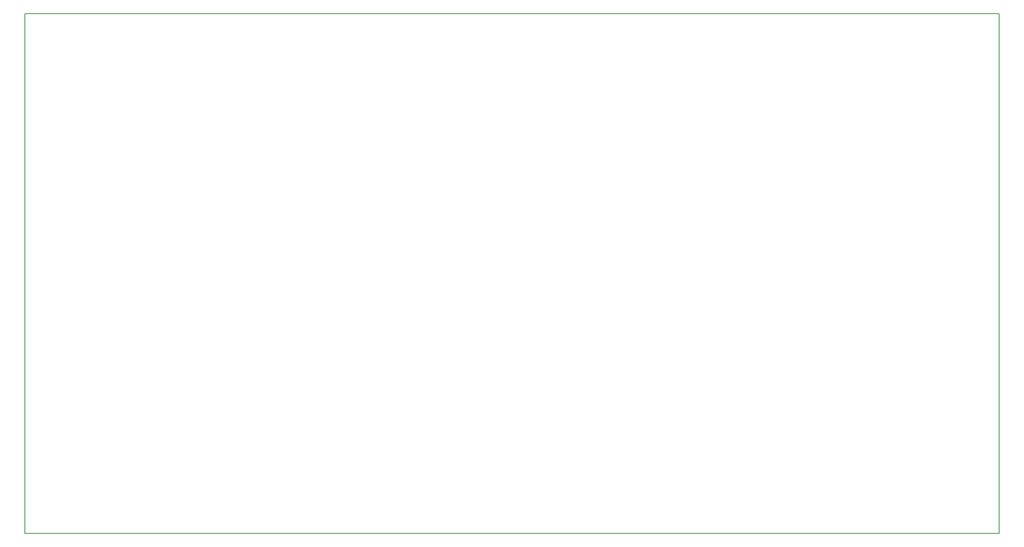
<source format=gbr>
%TF.GenerationSoftware,KiCad,Pcbnew,(5.1.6)-1*%
%TF.CreationDate,2020-11-12T09:17:09+01:00*%
%TF.ProjectId,carteAdaptatrice,63617274-6541-4646-9170-746174726963,rev?*%
%TF.SameCoordinates,Original*%
%TF.FileFunction,Profile,NP*%
%FSLAX46Y46*%
G04 Gerber Fmt 4.6, Leading zero omitted, Abs format (unit mm)*
G04 Created by KiCad (PCBNEW (5.1.6)-1) date 2020-11-12 09:17:09*
%MOMM*%
%LPD*%
G01*
G04 APERTURE LIST*
%TA.AperFunction,Profile*%
%ADD10C,0.200000*%
%TD*%
G04 APERTURE END LIST*
D10*
X56515000Y-174625000D02*
X56515000Y-64770000D01*
X262255000Y-174625000D02*
X56515000Y-174625000D01*
X262255000Y-64770000D02*
X262255000Y-174625000D01*
X56515000Y-64770000D02*
X262255000Y-64770000D01*
M02*

</source>
